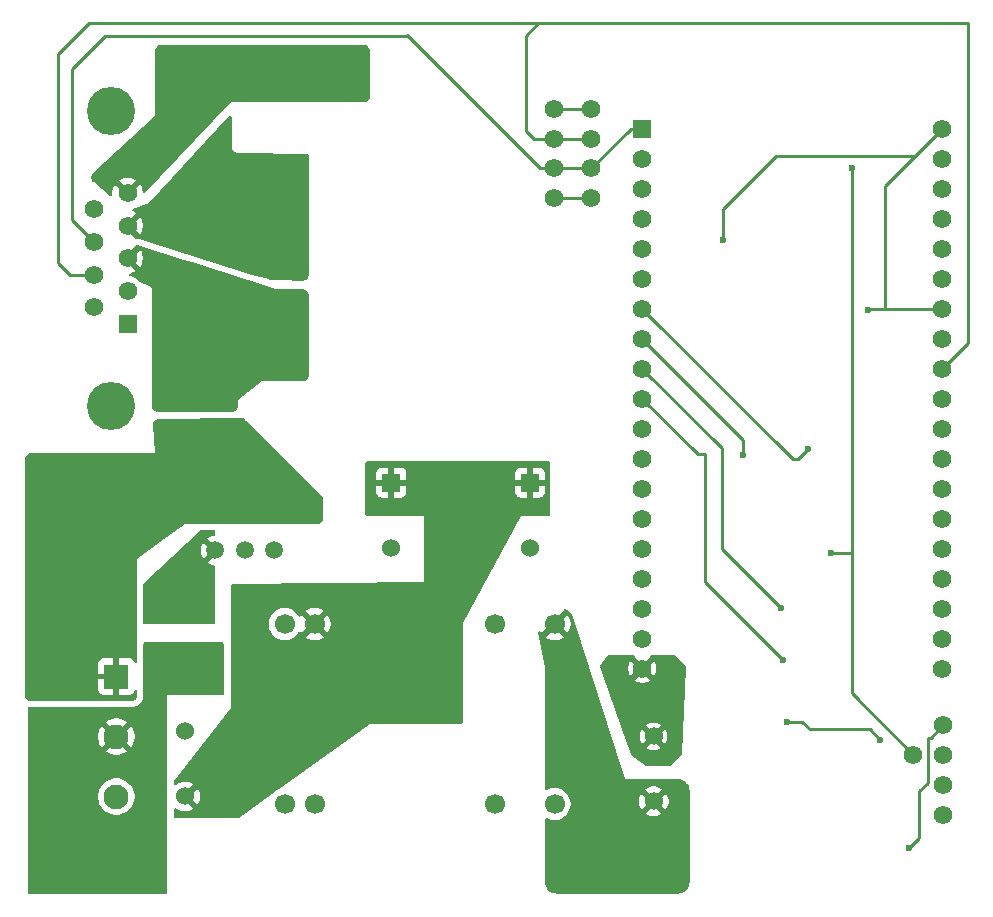
<source format=gbr>
%TF.GenerationSoftware,KiCad,Pcbnew,9.0.0*%
%TF.CreationDate,2025-06-18T07:15:52-06:00*%
%TF.ProjectId,schematic_Mk2.1,73636865-6d61-4746-9963-5f4d6b322e31,rev?*%
%TF.SameCoordinates,Original*%
%TF.FileFunction,Copper,L1,Top*%
%TF.FilePolarity,Positive*%
%FSLAX46Y46*%
G04 Gerber Fmt 4.6, Leading zero omitted, Abs format (unit mm)*
G04 Created by KiCad (PCBNEW 9.0.0) date 2025-06-18 07:15:52*
%MOMM*%
%LPD*%
G01*
G04 APERTURE LIST*
%TA.AperFunction,ComponentPad*%
%ADD10C,1.560000*%
%TD*%
%TA.AperFunction,ComponentPad*%
%ADD11C,1.498600*%
%TD*%
%TA.AperFunction,ComponentPad*%
%ADD12C,1.570000*%
%TD*%
%TA.AperFunction,ComponentPad*%
%ADD13R,1.560000X1.560000*%
%TD*%
%TA.AperFunction,ComponentPad*%
%ADD14C,1.575000*%
%TD*%
%TA.AperFunction,ComponentPad*%
%ADD15R,1.575000X1.575000*%
%TD*%
%TA.AperFunction,ComponentPad*%
%ADD16C,4.066000*%
%TD*%
%TA.AperFunction,ComponentPad*%
%ADD17C,1.524000*%
%TD*%
%TA.AperFunction,ComponentPad*%
%ADD18R,1.524000X1.524000*%
%TD*%
%TA.AperFunction,ComponentPad*%
%ADD19R,2.100000X2.100000*%
%TD*%
%TA.AperFunction,ComponentPad*%
%ADD20C,2.100000*%
%TD*%
%TA.AperFunction,ComponentPad*%
%ADD21C,1.700000*%
%TD*%
%TA.AperFunction,ViaPad*%
%ADD22C,0.600000*%
%TD*%
%TA.AperFunction,Conductor*%
%ADD23C,0.254000*%
%TD*%
G04 APERTURE END LIST*
D10*
%TO.P,J5,4_2,4_2*%
%TO.N,ESP_GND2*%
X142800000Y-68900000D03*
%TO.P,J5,4_1,4_1*%
X145900000Y-68900000D03*
%TO.P,J5,3_2,3_2*%
%TO.N,+3.3V*%
X142800000Y-66400000D03*
%TO.P,J5,3_1,3_1*%
X145900000Y-66400000D03*
%TO.P,J5,2_2,2_2*%
%TO.N,GPIO_18*%
X142800000Y-63900000D03*
%TO.P,J5,2_1,2_1*%
X145900000Y-63900000D03*
%TO.P,J5,1_2,1_2*%
%TO.N,GPIO_19*%
X142800000Y-61400000D03*
%TO.P,J5,1_1,1_1*%
X145900000Y-61400000D03*
%TD*%
D11*
%TO.P,J4,3,3*%
%TO.N,-Vin*%
X119104900Y-98745100D03*
%TO.P,J4,2,2*%
%TO.N,+VIN-dc*%
X116604900Y-98745100D03*
%TO.P,J4,1,1*%
%TO.N,+24V*%
X114104900Y-98745100D03*
%TD*%
D12*
%TO.P,S1,1*%
%TO.N,GPIO_4*%
X175750000Y-113509150D03*
%TO.P,S1,2*%
%TO.N,GPIO_16*%
X175750000Y-116049150D03*
%TO.P,S1,4*%
%TO.N,GPIO_17*%
X175750000Y-118589150D03*
%TO.P,S1,8*%
%TO.N,GPIO_5*%
X175750000Y-121129150D03*
%TO.P,S1,C*%
%TO.N,+3.3V*%
X173210000Y-116049150D03*
%TD*%
D13*
%TO.P,U1,J2-1,3V3*%
%TO.N,+3.3V*%
X150250000Y-63029150D03*
D10*
%TO.P,U1,J2-2,EN*%
%TO.N,unconnected-(U1-EN-PadJ2-2)*%
X150250000Y-65569150D03*
%TO.P,U1,J2-3,SENSOR_VP*%
%TO.N,unconnected-(U1-SENSOR_VP-PadJ2-3)*%
X150250000Y-68109150D03*
%TO.P,U1,J2-4,SENSOR_VN*%
%TO.N,unconnected-(U1-SENSOR_VN-PadJ2-4)*%
X150250000Y-70649150D03*
%TO.P,U1,J2-5,IO34*%
%TO.N,unconnected-(U1-IO34-PadJ2-5)*%
X150250000Y-73189150D03*
%TO.P,U1,J2-6,IO35*%
%TO.N,unconnected-(U1-IO35-PadJ2-6)*%
X150250000Y-75729150D03*
%TO.P,U1,J2-7,IO32*%
%TO.N,GPIO_32*%
X150250000Y-78269150D03*
%TO.P,U1,J2-8,IO33*%
%TO.N,GPIO_33*%
X150250000Y-80809150D03*
%TO.P,U1,J2-9,IO25*%
%TO.N,GPIO_25*%
X150250000Y-83349150D03*
%TO.P,U1,J2-10,IO26*%
%TO.N,GPIO_26*%
X150250000Y-85889150D03*
%TO.P,U1,J2-11,IO27*%
%TO.N,unconnected-(U1-IO27-PadJ2-11)*%
X150250000Y-88429150D03*
%TO.P,U1,J2-12,IO14*%
%TO.N,unconnected-(U1-IO14-PadJ2-12)*%
X150250000Y-90969150D03*
%TO.P,U1,J2-13,IO12*%
%TO.N,unconnected-(U1-IO12-PadJ2-13)*%
X150250000Y-93509150D03*
%TO.P,U1,J2-14,GND1*%
%TO.N,ESP_GND2*%
X150250000Y-96049150D03*
%TO.P,U1,J2-15,IO13*%
%TO.N,unconnected-(U1-IO13-PadJ2-15)*%
X150250000Y-98589150D03*
%TO.P,U1,J2-16,SD2*%
%TO.N,unconnected-(U1-SD2-PadJ2-16)*%
X150250000Y-101129150D03*
%TO.P,U1,J2-17,SD3*%
%TO.N,unconnected-(U1-SD3-PadJ2-17)*%
X150250000Y-103669150D03*
%TO.P,U1,J2-18,CMD*%
%TO.N,unconnected-(U1-CMD-PadJ2-18)*%
X150250000Y-106209150D03*
%TO.P,U1,J2-19,EXT_5V*%
%TO.N,+VOUT-esp*%
X150250000Y-108749150D03*
%TO.P,U1,J3-1,GND3*%
%TO.N,ESP_GND2*%
X175650000Y-63029150D03*
%TO.P,U1,J3-2,IO23*%
%TO.N,unconnected-(U1-IO23-PadJ3-2)*%
X175650000Y-65569150D03*
%TO.P,U1,J3-3,IO22*%
%TO.N,GPIO_22*%
X175650000Y-68109150D03*
%TO.P,U1,J3-4,TXD0*%
%TO.N,unconnected-(U1-TXD0-PadJ3-4)*%
X175650000Y-70649150D03*
%TO.P,U1,J3-5,RXD0*%
%TO.N,unconnected-(U1-RXD0-PadJ3-5)*%
X175650000Y-73189150D03*
%TO.P,U1,J3-6,IO21*%
%TO.N,GPIO_21*%
X175650000Y-75729150D03*
%TO.P,U1,J3-7,GND2*%
%TO.N,ESP_GND2*%
X175650000Y-78269150D03*
%TO.P,U1,J3-8,IO19*%
%TO.N,GPIO_19*%
X175650000Y-80809150D03*
%TO.P,U1,J3-9,IO18*%
%TO.N,GPIO_18*%
X175650000Y-83349150D03*
%TO.P,U1,J3-10,IO5*%
%TO.N,GPIO_5*%
X175650000Y-85889150D03*
%TO.P,U1,J3-11,IO17*%
%TO.N,GPIO_17*%
X175650000Y-88429150D03*
%TO.P,U1,J3-12,IO16*%
%TO.N,GPIO_16*%
X175650000Y-90969150D03*
%TO.P,U1,J3-13,IO4*%
%TO.N,GPIO_4*%
X175650000Y-93509150D03*
%TO.P,U1,J3-14,IO0*%
%TO.N,unconnected-(U1-IO0-PadJ3-14)*%
X175650000Y-96049150D03*
%TO.P,U1,J3-15,IO2*%
%TO.N,unconnected-(U1-IO2-PadJ3-15)*%
X175650000Y-98589150D03*
%TO.P,U1,J3-16,IO15*%
%TO.N,unconnected-(U1-IO15-PadJ3-16)*%
X175650000Y-101129150D03*
%TO.P,U1,J3-17,SD1*%
%TO.N,unconnected-(U1-SD1-PadJ3-17)*%
X175650000Y-103669150D03*
%TO.P,U1,J3-18,SD0*%
%TO.N,unconnected-(U1-SD0-PadJ3-18)*%
X175650000Y-106209150D03*
%TO.P,U1,J3-19,CLK*%
%TO.N,unconnected-(U1-CLK-PadJ3-19)*%
X175650000Y-108749150D03*
%TD*%
D14*
%TO.P,J1,5*%
%TO.N,spare*%
X106670000Y-68465000D03*
%TO.P,J1,4*%
%TO.N,ramp_up*%
X106670000Y-71235000D03*
D15*
%TO.P,J1,1*%
%TO.N,unconnected-(J1-Pad1)*%
X106670000Y-79545000D03*
D14*
%TO.P,J1,2*%
%TO.N,unconnected-(J1-Pad2)*%
X106670000Y-76775000D03*
%TO.P,J1,3*%
%TO.N,ramp_down*%
X106670000Y-74005000D03*
%TO.P,J1,6*%
%TO.N,GPIO_19*%
X103830000Y-78160000D03*
%TO.P,J1,7*%
%TO.N,GPIO_18*%
X103830000Y-75390000D03*
%TO.P,J1,8*%
%TO.N,+3.3V*%
X103830000Y-72620000D03*
%TO.P,J1,9*%
%TO.N,ESP_GND2*%
X103830000Y-69850000D03*
D16*
%TO.P,J1,S1,SHIELD*%
%TO.N,unconnected-(J1-SHIELD-PadS1)*%
X105250000Y-61510000D03*
%TO.P,J1,S2,SHIELD__1*%
%TO.N,unconnected-(J1-SHIELD__1-PadS2)*%
X105250000Y-86500000D03*
%TD*%
D17*
%TO.P,RF2,1*%
%TO.N,/+VOUT*%
X151210000Y-119989150D03*
%TO.P,RF2,2*%
%TO.N,+VOUT-esp*%
X151210000Y-114477350D03*
%TD*%
%TO.P,RF1,1*%
%TO.N,+VIN-dc*%
X111550000Y-114061700D03*
%TO.P,RF1,2*%
%TO.N,/+VIN*%
X111550000Y-119573500D03*
%TD*%
D18*
%TO.P,C2,1*%
%TO.N,/+VIN*%
X140750000Y-93000000D03*
D17*
%TO.P,C2,2*%
%TO.N,-Vin*%
X140750000Y-98511800D03*
%TD*%
D19*
%TO.P,J2,01,01*%
%TO.N,sim_home*%
X105725000Y-109415000D03*
D20*
%TO.P,J2,02,02*%
%TO.N,/+24V-Sim*%
X105725000Y-114495000D03*
%TO.P,J2,03,03*%
%TO.N,-Vin*%
X105725000Y-119575000D03*
%TD*%
D18*
%TO.P,C1,1*%
%TO.N,/+VIN*%
X129000000Y-93000000D03*
D17*
%TO.P,C1,2*%
%TO.N,-Vin*%
X129000000Y-98511800D03*
%TD*%
D21*
%TO.P,PS1,23,+VIN__1*%
%TO.N,unconnected-(PS1-+VIN__1-Pad23)*%
X119970000Y-104969150D03*
%TO.P,PS1,22,+VIN*%
%TO.N,/+VIN*%
X122510000Y-104969150D03*
%TO.P,PS1,3,-VIN__1*%
%TO.N,unconnected-(PS1--VIN__1-Pad3)*%
X122510000Y-120209150D03*
%TO.P,PS1,2,-VIN*%
%TO.N,-Vin*%
X119970000Y-120209150D03*
%TO.P,PS1,9,NC*%
%TO.N,unconnected-(PS1-NC-Pad9)*%
X137750000Y-120209150D03*
%TO.P,PS1,11,NC1*%
%TO.N,unconnected-(PS1-NC1-Pad11)*%
X142830000Y-120209150D03*
%TO.P,PS1,14,+VOUT*%
%TO.N,/+VOUT*%
X142830000Y-104969150D03*
%TO.P,PS1,16,-VOUT*%
%TO.N,ESP_GND2*%
X137750000Y-104969150D03*
%TD*%
D22*
%TO.N,sim_home*%
X105250000Y-95650000D03*
X103466667Y-97600000D03*
X101683333Y-93550000D03*
X103466667Y-93550000D03*
X105250000Y-97600000D03*
X99900000Y-93550000D03*
X101683333Y-95650000D03*
X99900000Y-97600000D03*
X101683333Y-97600000D03*
X103466667Y-95650000D03*
X99900000Y-95650000D03*
X105250000Y-93550000D03*
%TO.N,spare*%
X110600000Y-59200000D03*
X110600000Y-61200000D03*
X116400000Y-57200000D03*
X110600000Y-57200000D03*
X114400000Y-59200000D03*
X110600000Y-63200000D03*
X116400000Y-59200000D03*
X114400000Y-57200000D03*
X112400000Y-61200000D03*
X112400000Y-59200000D03*
X112400000Y-57200000D03*
%TO.N,ramp_down*%
X116370000Y-79900000D03*
X117030000Y-78480000D03*
X112370000Y-79900000D03*
X115030000Y-78480000D03*
X113120000Y-81550000D03*
X114370000Y-79900000D03*
X113030000Y-78480000D03*
X115120000Y-81550000D03*
X111120000Y-81550000D03*
%TO.N,ramp_up*%
X116560000Y-70510000D03*
X116610000Y-68810000D03*
X114560000Y-70510000D03*
X112560000Y-70510000D03*
X112610000Y-68810000D03*
X114610000Y-68810000D03*
%TO.N,+3.3V*%
X166200000Y-99000000D03*
X168000000Y-66400000D03*
%TO.N,GPIO_25*%
X162000000Y-103600000D03*
%TO.N,GPIO_26*%
X162200000Y-108000000D03*
%TO.N,ESP_GND2*%
X169400000Y-78400000D03*
X157100000Y-72450000D03*
%TO.N,GPIO_17*%
X170400000Y-114800000D03*
X162500000Y-113250000D03*
%TO.N,GPIO_4*%
X172850000Y-123950000D03*
%TO.N,+24V*%
X111450000Y-99900000D03*
X110350000Y-100800000D03*
X112450000Y-100800000D03*
%TO.N,GPIO_32*%
X164300000Y-90150000D03*
%TO.N,GPIO_33*%
X158800000Y-90700000D03*
%TO.N,/+VOUT*%
X148850000Y-124350000D03*
X148850000Y-125650000D03*
X146000000Y-124350000D03*
X144550000Y-124350000D03*
X151750000Y-125700000D03*
X144550000Y-125650000D03*
X150300000Y-124400000D03*
X147400000Y-124350000D03*
X150300000Y-125700000D03*
X151750000Y-124400000D03*
X146000000Y-125650000D03*
X147400000Y-125650000D03*
%TO.N,+VOUT-esp*%
X150800000Y-111600000D03*
X152600000Y-111600000D03*
X149000000Y-111600000D03*
%TO.N,/+24V-Sim*%
X100000000Y-116600000D03*
X100000000Y-118350000D03*
X100000000Y-113600000D03*
X101600000Y-118350000D03*
X101600000Y-113600000D03*
X100000000Y-115000000D03*
X101600000Y-115000000D03*
X101600000Y-116600000D03*
%TD*%
D23*
%TO.N,+3.3V*%
X101950000Y-57975000D02*
X101950000Y-70740000D01*
X104775000Y-55150000D02*
X101950000Y-57975000D01*
X130300000Y-55150000D02*
X104775000Y-55150000D01*
X130325000Y-55125000D02*
X130300000Y-55150000D01*
X101950000Y-70740000D02*
X103830000Y-72620000D01*
X142800000Y-66400000D02*
X141600000Y-66400000D01*
X141600000Y-66400000D02*
X130325000Y-55125000D01*
%TO.N,GPIO_18*%
X101765000Y-75390000D02*
X103830000Y-75390000D01*
X100800000Y-74425000D02*
X101765000Y-75390000D01*
X103400000Y-54100000D02*
X100800000Y-56700000D01*
X141450000Y-54100000D02*
X103400000Y-54100000D01*
X100800000Y-56700000D02*
X100800000Y-74425000D01*
%TO.N,+3.3V*%
X149270850Y-63029150D02*
X145900000Y-66400000D01*
X150250000Y-63029150D02*
X149270850Y-63029150D01*
%TO.N,ESP_GND2*%
X142800000Y-68900000D02*
X145900000Y-68900000D01*
%TO.N,+3.3V*%
X142800000Y-66400000D02*
X145900000Y-66400000D01*
%TO.N,GPIO_18*%
X142800000Y-63900000D02*
X145900000Y-63900000D01*
X141450000Y-54100000D02*
X140400000Y-55150000D01*
X140400000Y-63225000D02*
X141075000Y-63900000D01*
X177800000Y-81199150D02*
X177800000Y-54100000D01*
X177800000Y-54100000D02*
X141450000Y-54100000D01*
X175650000Y-83349150D02*
X177800000Y-81199150D01*
X140400000Y-55150000D02*
X140400000Y-63225000D01*
X141075000Y-63900000D02*
X142800000Y-63900000D01*
%TO.N,GPIO_19*%
X142800000Y-61400000D02*
X145900000Y-61400000D01*
%TO.N,+3.3V*%
X168000000Y-110839150D02*
X168000000Y-99000000D01*
X173210000Y-116049150D02*
X168000000Y-110839150D01*
X168000000Y-99000000D02*
X166200000Y-99000000D01*
X168000000Y-99000000D02*
X168000000Y-66400000D01*
%TO.N,GPIO_25*%
X162000000Y-103600000D02*
X157000000Y-98600000D01*
X157000000Y-90099150D02*
X150250000Y-83349150D01*
X157000000Y-98600000D02*
X157000000Y-90099150D01*
%TO.N,GPIO_26*%
X154960850Y-90600000D02*
X150250000Y-85889150D01*
X155600000Y-101400000D02*
X155600000Y-90600000D01*
X162200000Y-108000000D02*
X155600000Y-101400000D01*
X155600000Y-90600000D02*
X154960850Y-90600000D01*
%TO.N,ESP_GND2*%
X157100000Y-69800000D02*
X161585425Y-65314575D01*
X157100000Y-72450000D02*
X157100000Y-69800000D01*
X169530850Y-78269150D02*
X170800000Y-78269150D01*
X173364575Y-65314575D02*
X175650000Y-63029150D01*
X161585425Y-65314575D02*
X173364575Y-65314575D01*
X169400000Y-78400000D02*
X169530850Y-78269150D01*
X170800000Y-78269150D02*
X170800000Y-67879150D01*
X170800000Y-67879150D02*
X173364575Y-65314575D01*
X170800000Y-78269150D02*
X175650000Y-78269150D01*
%TO.N,GPIO_17*%
X163800000Y-113250000D02*
X164450000Y-113900000D01*
X162500000Y-113250000D02*
X163800000Y-113250000D01*
X164450000Y-113900000D02*
X169500000Y-113900000D01*
X169500000Y-113900000D02*
X170400000Y-114800000D01*
%TO.N,GPIO_4*%
X172850000Y-123950000D02*
X173700000Y-123100000D01*
X174659150Y-114600000D02*
X175750000Y-113509150D01*
X173700000Y-123100000D02*
X173700000Y-119100000D01*
X174400000Y-118400000D02*
X174400000Y-114600000D01*
X173700000Y-119100000D02*
X174400000Y-118400000D01*
X174400000Y-114600000D02*
X174659150Y-114600000D01*
%TO.N,GPIO_32*%
X164300000Y-90150000D02*
X163450000Y-91000000D01*
X163450000Y-91000000D02*
X162980850Y-91000000D01*
X162980850Y-91000000D02*
X150250000Y-78269150D01*
%TO.N,GPIO_33*%
X158800000Y-90700000D02*
X158800000Y-89359150D01*
X158800000Y-89359150D02*
X150250000Y-80809150D01*
%TO.N,GPIO_5*%
X175750000Y-121129150D02*
X175540000Y-121339150D01*
%TD*%
%TA.AperFunction,Conductor*%
%TO.N,sim_home*%
G36*
X116297319Y-87503710D02*
G01*
X116404349Y-87516632D01*
X116436190Y-87524870D01*
X116528335Y-87562343D01*
X116556895Y-87578669D01*
X116642564Y-87644113D01*
X116654970Y-87654970D01*
X123047801Y-94047801D01*
X123058496Y-94059996D01*
X123123075Y-94144157D01*
X123139260Y-94172191D01*
X123176715Y-94262616D01*
X123185093Y-94293882D01*
X123198939Y-94399046D01*
X123200000Y-94415232D01*
X123200000Y-95991874D01*
X123198939Y-96008060D01*
X123185093Y-96113224D01*
X123176715Y-96144491D01*
X123139259Y-96234918D01*
X123123074Y-96262951D01*
X123063491Y-96340601D01*
X123040601Y-96363491D01*
X122962951Y-96423074D01*
X122934918Y-96439259D01*
X122844491Y-96476715D01*
X122813224Y-96485093D01*
X122719398Y-96497446D01*
X122708058Y-96498939D01*
X122691874Y-96500000D01*
X111500000Y-96500000D01*
X109785714Y-97785713D01*
X107500000Y-99499999D01*
X107500000Y-108190750D01*
X107480315Y-108257789D01*
X107427511Y-108303544D01*
X107358353Y-108313488D01*
X107294797Y-108284463D01*
X107259818Y-108234083D01*
X107218354Y-108122913D01*
X107218350Y-108122906D01*
X107132190Y-108007812D01*
X107132187Y-108007809D01*
X107017093Y-107921649D01*
X107017086Y-107921645D01*
X106882379Y-107871403D01*
X106882372Y-107871401D01*
X106822844Y-107865000D01*
X105975000Y-107865000D01*
X105975000Y-108760879D01*
X105929182Y-108741901D01*
X105793944Y-108715000D01*
X105656056Y-108715000D01*
X105520818Y-108741901D01*
X105475000Y-108760879D01*
X105475000Y-107865000D01*
X104627155Y-107865000D01*
X104567627Y-107871401D01*
X104567620Y-107871403D01*
X104432913Y-107921645D01*
X104432906Y-107921649D01*
X104317812Y-108007809D01*
X104317809Y-108007812D01*
X104231649Y-108122906D01*
X104231645Y-108122913D01*
X104181403Y-108257620D01*
X104181401Y-108257627D01*
X104175000Y-108317155D01*
X104175000Y-109165000D01*
X105070879Y-109165000D01*
X105051901Y-109210818D01*
X105025000Y-109346056D01*
X105025000Y-109483944D01*
X105051901Y-109619182D01*
X105070879Y-109665000D01*
X104175000Y-109665000D01*
X104175000Y-110512844D01*
X104181401Y-110572372D01*
X104181403Y-110572379D01*
X104231645Y-110707086D01*
X104231649Y-110707093D01*
X104317809Y-110822187D01*
X104317812Y-110822190D01*
X104432906Y-110908350D01*
X104432913Y-110908354D01*
X104567620Y-110958596D01*
X104567627Y-110958598D01*
X104627155Y-110964999D01*
X104627172Y-110965000D01*
X105475000Y-110965000D01*
X105475000Y-110069120D01*
X105520818Y-110088099D01*
X105656056Y-110115000D01*
X105793944Y-110115000D01*
X105929182Y-110088099D01*
X105975000Y-110069120D01*
X105975000Y-110965000D01*
X106822828Y-110965000D01*
X106822844Y-110964999D01*
X106882372Y-110958598D01*
X106882379Y-110958596D01*
X107017086Y-110908354D01*
X107017093Y-110908350D01*
X107132187Y-110822190D01*
X107132190Y-110822187D01*
X107218350Y-110707093D01*
X107218354Y-110707086D01*
X107259818Y-110595916D01*
X107301689Y-110539982D01*
X107367153Y-110515565D01*
X107435426Y-110530416D01*
X107484832Y-110579821D01*
X107500000Y-110639249D01*
X107500000Y-110991874D01*
X107498939Y-111008059D01*
X107498939Y-111008060D01*
X107485093Y-111113224D01*
X107476715Y-111144491D01*
X107439259Y-111234918D01*
X107423074Y-111262951D01*
X107363491Y-111340601D01*
X107340601Y-111363491D01*
X107262951Y-111423074D01*
X107234918Y-111439259D01*
X107144491Y-111476715D01*
X107113224Y-111485093D01*
X107019398Y-111497446D01*
X107008058Y-111498939D01*
X106991874Y-111500000D01*
X98508126Y-111500000D01*
X98491941Y-111498939D01*
X98478917Y-111497224D01*
X98386775Y-111485093D01*
X98355508Y-111476715D01*
X98265081Y-111439259D01*
X98237048Y-111423074D01*
X98159398Y-111363491D01*
X98136508Y-111340601D01*
X98076925Y-111262951D01*
X98060740Y-111234918D01*
X98023284Y-111144491D01*
X98014906Y-111113223D01*
X98001061Y-111008059D01*
X98000000Y-110991874D01*
X98000000Y-91008125D01*
X98001061Y-90991940D01*
X98014906Y-90886776D01*
X98023284Y-90855508D01*
X98060740Y-90765081D01*
X98076923Y-90737050D01*
X98136513Y-90659392D01*
X98159392Y-90636513D01*
X98237050Y-90576923D01*
X98265079Y-90560740D01*
X98355509Y-90523283D01*
X98386775Y-90514906D01*
X98491941Y-90501061D01*
X98508126Y-90500000D01*
X109000000Y-90500000D01*
X108796933Y-88144428D01*
X108796637Y-88127475D01*
X108802293Y-88016644D01*
X108808623Y-87983378D01*
X108841311Y-87886360D01*
X108856403Y-87856046D01*
X108914124Y-87771486D01*
X108936854Y-87746389D01*
X109015301Y-87680601D01*
X109043970Y-87662592D01*
X109137303Y-87620478D01*
X109169764Y-87610901D01*
X109279504Y-87594327D01*
X109296397Y-87592949D01*
X116280872Y-87502827D01*
X116297319Y-87503710D01*
G37*
%TD.AperFunction*%
%TD*%
%TA.AperFunction,Conductor*%
%TO.N,+24V*%
G36*
X114043039Y-97025185D02*
G01*
X114088794Y-97077989D01*
X114100000Y-97129500D01*
X114100000Y-97375097D01*
X114080315Y-97442136D01*
X114027511Y-97487891D01*
X113995398Y-97497570D01*
X113812353Y-97526561D01*
X113625337Y-97587326D01*
X113625334Y-97587327D01*
X113450120Y-97676605D01*
X113415275Y-97701921D01*
X113415275Y-97701923D01*
X113979327Y-98265974D01*
X113913721Y-98283554D01*
X113800779Y-98348761D01*
X113708561Y-98440979D01*
X113643354Y-98553921D01*
X113625774Y-98619527D01*
X113061723Y-98055475D01*
X113061721Y-98055475D01*
X113036405Y-98090320D01*
X112947127Y-98265534D01*
X112947126Y-98265537D01*
X112886362Y-98452553D01*
X112855600Y-98646778D01*
X112855600Y-98843421D01*
X112886362Y-99037646D01*
X112947126Y-99224662D01*
X112947127Y-99224665D01*
X113036402Y-99399875D01*
X113061722Y-99434723D01*
X113061722Y-99434724D01*
X113625774Y-98870672D01*
X113643354Y-98936279D01*
X113708561Y-99049221D01*
X113800779Y-99141439D01*
X113913721Y-99206646D01*
X113979326Y-99224224D01*
X113415275Y-99788276D01*
X113415275Y-99788277D01*
X113450123Y-99813596D01*
X113625334Y-99902872D01*
X113625337Y-99902873D01*
X113812353Y-99963637D01*
X113995398Y-99992629D01*
X114058532Y-100022558D01*
X114095464Y-100081869D01*
X114100000Y-100115102D01*
X114100000Y-104876000D01*
X114080315Y-104943039D01*
X114027511Y-104988794D01*
X113976000Y-105000000D01*
X108129500Y-105000000D01*
X108062461Y-104980315D01*
X108016706Y-104927511D01*
X108005500Y-104876000D01*
X108005500Y-101549853D01*
X108025185Y-101482814D01*
X108046085Y-101458103D01*
X112908478Y-97037746D01*
X112971324Y-97007217D01*
X112991889Y-97005500D01*
X113976000Y-97005500D01*
X114043039Y-97025185D01*
G37*
%TD.AperFunction*%
%TD*%
%TA.AperFunction,Conductor*%
%TO.N,spare*%
G36*
X126708059Y-55926061D02*
G01*
X126813223Y-55939906D01*
X126844491Y-55948284D01*
X126934918Y-55985740D01*
X126962952Y-56001925D01*
X127040602Y-56061509D01*
X127063491Y-56084398D01*
X127123074Y-56162048D01*
X127139259Y-56190081D01*
X127176715Y-56280508D01*
X127185093Y-56311775D01*
X127198939Y-56416939D01*
X127200000Y-56433125D01*
X127200000Y-60291874D01*
X127198939Y-60308060D01*
X127185093Y-60413224D01*
X127176715Y-60444491D01*
X127139259Y-60534918D01*
X127123074Y-60562951D01*
X127063491Y-60640601D01*
X127040601Y-60663491D01*
X126962951Y-60723074D01*
X126934918Y-60739259D01*
X126844491Y-60776715D01*
X126813224Y-60785093D01*
X126719398Y-60797446D01*
X126708058Y-60798939D01*
X126691874Y-60800000D01*
X115400000Y-60800000D01*
X115399999Y-60800000D01*
X115399997Y-60800001D01*
X109391443Y-67149122D01*
X109391443Y-67149123D01*
X108171134Y-68438596D01*
X108110757Y-68473757D01*
X108040954Y-68470694D01*
X107983889Y-68430380D01*
X107958805Y-68368397D01*
X107958262Y-68368484D01*
X107957890Y-68366137D01*
X107957678Y-68365613D01*
X107957512Y-68363749D01*
X107925796Y-68163508D01*
X107863174Y-67970774D01*
X107863172Y-67970771D01*
X107771168Y-67790202D01*
X107740525Y-67748027D01*
X107740525Y-67748026D01*
X107173374Y-68315176D01*
X107159222Y-68262358D01*
X107090104Y-68142643D01*
X106992357Y-68044896D01*
X106872642Y-67975778D01*
X106819822Y-67961624D01*
X107386972Y-67394474D01*
X107386971Y-67394473D01*
X107344797Y-67363831D01*
X107164228Y-67271827D01*
X107164225Y-67271825D01*
X106971491Y-67209203D01*
X106771327Y-67177500D01*
X106568673Y-67177500D01*
X106368508Y-67209203D01*
X106175774Y-67271825D01*
X106175771Y-67271826D01*
X105995204Y-67363830D01*
X105953027Y-67394473D01*
X106520178Y-67961624D01*
X106467358Y-67975778D01*
X106347643Y-68044896D01*
X106249896Y-68142643D01*
X106180778Y-68262358D01*
X106166624Y-68315178D01*
X105599473Y-67748027D01*
X105568830Y-67790204D01*
X105476826Y-67970771D01*
X105476825Y-67970774D01*
X105414203Y-68163508D01*
X105382500Y-68363672D01*
X105382500Y-68566323D01*
X105388248Y-68602619D01*
X105379292Y-68671913D01*
X105334294Y-68725364D01*
X105267542Y-68746002D01*
X105200229Y-68727276D01*
X105185605Y-68716614D01*
X103792871Y-67536331D01*
X103792870Y-67536330D01*
X103777226Y-67523072D01*
X103764669Y-67510800D01*
X103688477Y-67424982D01*
X103669152Y-67395763D01*
X103623810Y-67300094D01*
X103613429Y-67266636D01*
X103604212Y-67209203D01*
X103596652Y-67162101D01*
X103596043Y-67127087D01*
X103609173Y-67022019D01*
X103618381Y-66988233D01*
X103660370Y-66891035D01*
X103678665Y-66861165D01*
X103751832Y-66772737D01*
X103763930Y-66760061D01*
X109000000Y-62000000D01*
X109000000Y-56433125D01*
X109001061Y-56416940D01*
X109014906Y-56311776D01*
X109014906Y-56311775D01*
X109023284Y-56280508D01*
X109060740Y-56190081D01*
X109076923Y-56162050D01*
X109136513Y-56084392D01*
X109159392Y-56061513D01*
X109237050Y-56001923D01*
X109265079Y-55985740D01*
X109355509Y-55948283D01*
X109386775Y-55939906D01*
X109491941Y-55926061D01*
X109508126Y-55925000D01*
X126691874Y-55925000D01*
X126708059Y-55926061D01*
G37*
%TD.AperFunction*%
%TD*%
%TA.AperFunction,Conductor*%
%TO.N,+VOUT-esp*%
G36*
X149555130Y-107619685D02*
G01*
X149600885Y-107672489D01*
X149611709Y-107733732D01*
X149609988Y-107755585D01*
X150104260Y-108249857D01*
X150049288Y-108264587D01*
X149930713Y-108333046D01*
X149833896Y-108429863D01*
X149765437Y-108548438D01*
X149750707Y-108603410D01*
X149256435Y-108109138D01*
X149256433Y-108109138D01*
X149240771Y-108130698D01*
X149156452Y-108296182D01*
X149099054Y-108472832D01*
X149070000Y-108656276D01*
X149070000Y-108842023D01*
X149099054Y-109025467D01*
X149156452Y-109202117D01*
X149240774Y-109367607D01*
X149256433Y-109389160D01*
X149256434Y-109389160D01*
X149750706Y-108894888D01*
X149765437Y-108949862D01*
X149833896Y-109068437D01*
X149930713Y-109165254D01*
X150049288Y-109233713D01*
X150104260Y-109248442D01*
X149609987Y-109742714D01*
X149609988Y-109742715D01*
X149631540Y-109758374D01*
X149797032Y-109842697D01*
X149973682Y-109900095D01*
X150157127Y-109929150D01*
X150342873Y-109929150D01*
X150526317Y-109900095D01*
X150702967Y-109842697D01*
X150868455Y-109758376D01*
X150890010Y-109742715D01*
X150890010Y-109742714D01*
X150395739Y-109248442D01*
X150450712Y-109233713D01*
X150569287Y-109165254D01*
X150666104Y-109068437D01*
X150734563Y-108949862D01*
X150749292Y-108894888D01*
X151243564Y-109389160D01*
X151243565Y-109389160D01*
X151259226Y-109367605D01*
X151343547Y-109202117D01*
X151400945Y-109025467D01*
X151430000Y-108842023D01*
X151430000Y-108656276D01*
X151400945Y-108472832D01*
X151343547Y-108296182D01*
X151259224Y-108130690D01*
X151243565Y-108109138D01*
X151243564Y-108109137D01*
X150749292Y-108603409D01*
X150734563Y-108548438D01*
X150666104Y-108429863D01*
X150569287Y-108333046D01*
X150450712Y-108264587D01*
X150395739Y-108249857D01*
X150890010Y-107755584D01*
X150888290Y-107733730D01*
X150902654Y-107665353D01*
X150951704Y-107615596D01*
X151011908Y-107600000D01*
X152955747Y-107600000D01*
X153022786Y-107619685D01*
X153045312Y-107638244D01*
X153157662Y-107755585D01*
X153904067Y-108535147D01*
X153928640Y-108560811D01*
X153960785Y-108622847D01*
X153962958Y-108651953D01*
X153645599Y-115951199D01*
X153623021Y-116017320D01*
X153607472Y-116035378D01*
X152635965Y-116965565D01*
X152573929Y-116997710D01*
X152550209Y-117000000D01*
X150639586Y-117000000D01*
X150572547Y-116980315D01*
X150567737Y-116977063D01*
X149303743Y-116078441D01*
X149260510Y-116023553D01*
X149258474Y-116018115D01*
X148690745Y-114385893D01*
X150048000Y-114385893D01*
X150048000Y-114568806D01*
X150076611Y-114749452D01*
X150133133Y-114923407D01*
X150216169Y-115086370D01*
X150229320Y-115104473D01*
X150229321Y-115104473D01*
X150720504Y-114613290D01*
X150736619Y-114673431D01*
X150803498Y-114789270D01*
X150898080Y-114883852D01*
X151013919Y-114950731D01*
X151074058Y-114966845D01*
X150582875Y-115458027D01*
X150582875Y-115458028D01*
X150600978Y-115471180D01*
X150600980Y-115471181D01*
X150763944Y-115554216D01*
X150937897Y-115610738D01*
X151118544Y-115639350D01*
X151301456Y-115639350D01*
X151482102Y-115610738D01*
X151656055Y-115554216D01*
X151819020Y-115471180D01*
X151837123Y-115458028D01*
X151837123Y-115458027D01*
X151345941Y-114966845D01*
X151406081Y-114950731D01*
X151521920Y-114883852D01*
X151616502Y-114789270D01*
X151683381Y-114673431D01*
X151699495Y-114613291D01*
X152190677Y-115104473D01*
X152190678Y-115104473D01*
X152203830Y-115086370D01*
X152286866Y-114923405D01*
X152343388Y-114749452D01*
X152372000Y-114568806D01*
X152372000Y-114385893D01*
X152343388Y-114205247D01*
X152286866Y-114031294D01*
X152203831Y-113868330D01*
X152203830Y-113868328D01*
X152190677Y-113850225D01*
X151699494Y-114341407D01*
X151683381Y-114281269D01*
X151616502Y-114165430D01*
X151521920Y-114070848D01*
X151406081Y-114003969D01*
X151345941Y-113987854D01*
X151837123Y-113496671D01*
X151837123Y-113496670D01*
X151819020Y-113483519D01*
X151656057Y-113400483D01*
X151482102Y-113343961D01*
X151301456Y-113315350D01*
X151118544Y-113315350D01*
X150937897Y-113343961D01*
X150763944Y-113400483D01*
X150600981Y-113483517D01*
X150582875Y-113496670D01*
X150582875Y-113496671D01*
X151074058Y-113987854D01*
X151013919Y-114003969D01*
X150898080Y-114070848D01*
X150803498Y-114165430D01*
X150736619Y-114281269D01*
X150720504Y-114341408D01*
X150229321Y-113850225D01*
X150229320Y-113850225D01*
X150216167Y-113868331D01*
X150133133Y-114031294D01*
X150076611Y-114205247D01*
X150048000Y-114385893D01*
X148690745Y-114385893D01*
X146679976Y-108604932D01*
X146676543Y-108535147D01*
X146696027Y-108492350D01*
X147293358Y-107652151D01*
X147348246Y-107608918D01*
X147394421Y-107600000D01*
X149488091Y-107600000D01*
X149555130Y-107619685D01*
G37*
%TD.AperFunction*%
%TD*%
%TA.AperFunction,Conductor*%
%TO.N,/+VOUT*%
G36*
X143763067Y-103727518D02*
G01*
X143906361Y-103787548D01*
X143927368Y-103798835D01*
X144055901Y-103884774D01*
X144067336Y-103892419D01*
X144085796Y-103907521D01*
X144205257Y-104026169D01*
X144220484Y-104044524D01*
X144315025Y-104183852D01*
X144326456Y-104204783D01*
X144394933Y-104365154D01*
X144399087Y-104376347D01*
X145739354Y-108600475D01*
X148749998Y-118089149D01*
X148750000Y-118089150D01*
X153243907Y-118089150D01*
X153256061Y-118089747D01*
X153432941Y-118107168D01*
X153456769Y-118111907D01*
X153621001Y-118161726D01*
X153643453Y-118171027D01*
X153794798Y-118251922D01*
X153815010Y-118265427D01*
X153947666Y-118374295D01*
X153964854Y-118391483D01*
X154073722Y-118524139D01*
X154087227Y-118544351D01*
X154168121Y-118695693D01*
X154177424Y-118718151D01*
X154227240Y-118882374D01*
X154231982Y-118906215D01*
X154249403Y-119083088D01*
X154250000Y-119095242D01*
X154250000Y-126793901D01*
X154249403Y-126806055D01*
X154231982Y-126982929D01*
X154227240Y-127006770D01*
X154177424Y-127170991D01*
X154168121Y-127193450D01*
X154087224Y-127344796D01*
X154073719Y-127365007D01*
X153964853Y-127497661D01*
X153947664Y-127514850D01*
X153815007Y-127623718D01*
X153794795Y-127637223D01*
X153643450Y-127718117D01*
X153620993Y-127727419D01*
X153456771Y-127777235D01*
X153432928Y-127781977D01*
X153256055Y-127799395D01*
X153243902Y-127799992D01*
X148040937Y-127799962D01*
X143010143Y-127799932D01*
X142997991Y-127799335D01*
X142821144Y-127781918D01*
X142797306Y-127777177D01*
X142656827Y-127734569D01*
X142633105Y-127727374D01*
X142610654Y-127718076D01*
X142459365Y-127637223D01*
X142459326Y-127637202D01*
X142439116Y-127623701D01*
X142306467Y-127514860D01*
X142289279Y-127497675D01*
X142289268Y-127497661D01*
X142180409Y-127365048D01*
X142166910Y-127344852D01*
X142085997Y-127193530D01*
X142076698Y-127171090D01*
X142026857Y-127006893D01*
X142022112Y-126983060D01*
X142004656Y-126806207D01*
X142004057Y-126794081D01*
X142002878Y-121505784D01*
X142022547Y-121438745D01*
X142075340Y-121392978D01*
X142144497Y-121383019D01*
X142183172Y-121395276D01*
X142311588Y-121460707D01*
X142513757Y-121526396D01*
X142723713Y-121559650D01*
X142723714Y-121559650D01*
X142936286Y-121559650D01*
X142936287Y-121559650D01*
X143146243Y-121526396D01*
X143348412Y-121460707D01*
X143537816Y-121364201D01*
X143559789Y-121348236D01*
X143709786Y-121239259D01*
X143709788Y-121239256D01*
X143709792Y-121239254D01*
X143860104Y-121088942D01*
X143985051Y-120916966D01*
X144081557Y-120727562D01*
X144147246Y-120525393D01*
X144180500Y-120315437D01*
X144180500Y-120102863D01*
X144147246Y-119892907D01*
X144146246Y-119889828D01*
X149948000Y-119889828D01*
X149948000Y-120088471D01*
X149979075Y-120284670D01*
X149979075Y-120284673D01*
X150040457Y-120473587D01*
X150130641Y-120650582D01*
X150157730Y-120687865D01*
X150157731Y-120687866D01*
X150720504Y-120125092D01*
X150736619Y-120185231D01*
X150803498Y-120301070D01*
X150898080Y-120395652D01*
X151013919Y-120462531D01*
X151074057Y-120478644D01*
X150511283Y-121041418D01*
X150511283Y-121041419D01*
X150548567Y-121068508D01*
X150725562Y-121158692D01*
X150914477Y-121220074D01*
X151110679Y-121251150D01*
X151309321Y-121251150D01*
X151505520Y-121220074D01*
X151505523Y-121220074D01*
X151694437Y-121158692D01*
X151871425Y-121068512D01*
X151908716Y-121041418D01*
X151345942Y-120478644D01*
X151406081Y-120462531D01*
X151521920Y-120395652D01*
X151616502Y-120301070D01*
X151683381Y-120185231D01*
X151699495Y-120125092D01*
X152262268Y-120687865D01*
X152289362Y-120650575D01*
X152379542Y-120473587D01*
X152440924Y-120284673D01*
X152440924Y-120284670D01*
X152472000Y-120088471D01*
X152472000Y-119889828D01*
X152440924Y-119693629D01*
X152440924Y-119693626D01*
X152379542Y-119504712D01*
X152289358Y-119327717D01*
X152262268Y-119290433D01*
X151699494Y-119853207D01*
X151683381Y-119793069D01*
X151616502Y-119677230D01*
X151521920Y-119582648D01*
X151406081Y-119515769D01*
X151345942Y-119499654D01*
X151908716Y-118936881D01*
X151908715Y-118936880D01*
X151871432Y-118909791D01*
X151694437Y-118819607D01*
X151505522Y-118758225D01*
X151309321Y-118727150D01*
X151110679Y-118727150D01*
X150914479Y-118758225D01*
X150914476Y-118758225D01*
X150725562Y-118819607D01*
X150548564Y-118909793D01*
X150511283Y-118936879D01*
X150511282Y-118936880D01*
X151074058Y-119499654D01*
X151013919Y-119515769D01*
X150898080Y-119582648D01*
X150803498Y-119677230D01*
X150736619Y-119793069D01*
X150720504Y-119853207D01*
X150157730Y-119290432D01*
X150157729Y-119290433D01*
X150130643Y-119327714D01*
X150040457Y-119504712D01*
X149979075Y-119693626D01*
X149979075Y-119693629D01*
X149948000Y-119889828D01*
X144146246Y-119889828D01*
X144081557Y-119690738D01*
X143985051Y-119501334D01*
X143985049Y-119501331D01*
X143985048Y-119501329D01*
X143860109Y-119329363D01*
X143709786Y-119179040D01*
X143579603Y-119084458D01*
X143537820Y-119054101D01*
X143348414Y-118957594D01*
X143348413Y-118957593D01*
X143348412Y-118957593D01*
X143146243Y-118891904D01*
X143146241Y-118891903D01*
X143146240Y-118891903D01*
X142984957Y-118866358D01*
X142936287Y-118858650D01*
X142723713Y-118858650D01*
X142675042Y-118866358D01*
X142513760Y-118891903D01*
X142311582Y-118957595D01*
X142182593Y-119023318D01*
X142113924Y-119036214D01*
X142049184Y-119009937D01*
X142008927Y-118952831D01*
X142002299Y-118912866D01*
X142000022Y-108698465D01*
X142000021Y-108698464D01*
X142000000Y-108600000D01*
X141428096Y-105727412D01*
X141434311Y-105657819D01*
X141477165Y-105602635D01*
X141543051Y-105579379D01*
X141611051Y-105595435D01*
X141659575Y-105645706D01*
X141660194Y-105646906D01*
X141675373Y-105676697D01*
X141714728Y-105730866D01*
X142430000Y-105015595D01*
X142430000Y-105021811D01*
X142457259Y-105123544D01*
X142509920Y-105214756D01*
X142584394Y-105289230D01*
X142675606Y-105341891D01*
X142777339Y-105369150D01*
X142783554Y-105369150D01*
X142068282Y-106084419D01*
X142068282Y-106084420D01*
X142122449Y-106123774D01*
X142311782Y-106220245D01*
X142513870Y-106285907D01*
X142723754Y-106319150D01*
X142936246Y-106319150D01*
X143146127Y-106285907D01*
X143146130Y-106285907D01*
X143348217Y-106220245D01*
X143537554Y-106123772D01*
X143591716Y-106084420D01*
X143591717Y-106084420D01*
X142876446Y-105369150D01*
X142882661Y-105369150D01*
X142984394Y-105341891D01*
X143075606Y-105289230D01*
X143150080Y-105214756D01*
X143202741Y-105123544D01*
X143230000Y-105021811D01*
X143230000Y-105015596D01*
X143945270Y-105730867D01*
X143945270Y-105730866D01*
X143984622Y-105676704D01*
X144081095Y-105487367D01*
X144146757Y-105285280D01*
X144146757Y-105285277D01*
X144180000Y-105075396D01*
X144180000Y-104862903D01*
X144146757Y-104653022D01*
X144146757Y-104653019D01*
X144081095Y-104450932D01*
X143984624Y-104261599D01*
X143945270Y-104207432D01*
X143945269Y-104207432D01*
X143230000Y-104922702D01*
X143230000Y-104916489D01*
X143202741Y-104814756D01*
X143150080Y-104723544D01*
X143075606Y-104649070D01*
X142984394Y-104596409D01*
X142882661Y-104569150D01*
X142876446Y-104569150D01*
X143591715Y-103853879D01*
X143591538Y-103851620D01*
X143605901Y-103783243D01*
X143654952Y-103733485D01*
X143723116Y-103718145D01*
X143763067Y-103727518D01*
G37*
%TD.AperFunction*%
%TD*%
%TA.AperFunction,Conductor*%
%TO.N,/+24V-Sim*%
G36*
X114743039Y-106519685D02*
G01*
X114788794Y-106572489D01*
X114800000Y-106624000D01*
X114800000Y-110876000D01*
X114780315Y-110943039D01*
X114727511Y-110988794D01*
X114676000Y-111000000D01*
X110000000Y-111000000D01*
X110000000Y-127676000D01*
X109980315Y-127743039D01*
X109927511Y-127788794D01*
X109876000Y-127800000D01*
X104200000Y-127800000D01*
X98324000Y-127800000D01*
X98256961Y-127780315D01*
X98211206Y-127727511D01*
X98200000Y-127676000D01*
X98200000Y-119452973D01*
X104174500Y-119452973D01*
X104174500Y-119697027D01*
X104212679Y-119938076D01*
X104278328Y-120140123D01*
X104288097Y-120170187D01*
X104398896Y-120387642D01*
X104542339Y-120585076D01*
X104542343Y-120585081D01*
X104714918Y-120757656D01*
X104714923Y-120757660D01*
X104887136Y-120882779D01*
X104912361Y-120901106D01*
X105129815Y-121011904D01*
X105361924Y-121087321D01*
X105602973Y-121125500D01*
X105602974Y-121125500D01*
X105847026Y-121125500D01*
X105847027Y-121125500D01*
X106088076Y-121087321D01*
X106320185Y-121011904D01*
X106537639Y-120901106D01*
X106735083Y-120757655D01*
X106907655Y-120585083D01*
X107051106Y-120387639D01*
X107161904Y-120170185D01*
X107237321Y-119938076D01*
X107275500Y-119697027D01*
X107275500Y-119452973D01*
X107237321Y-119211924D01*
X107161904Y-118979815D01*
X107051106Y-118762361D01*
X106960591Y-118637777D01*
X106907660Y-118564923D01*
X106907656Y-118564918D01*
X106735081Y-118392343D01*
X106735076Y-118392339D01*
X106537642Y-118248896D01*
X106537641Y-118248895D01*
X106537639Y-118248894D01*
X106320185Y-118138096D01*
X106088076Y-118062679D01*
X106088074Y-118062678D01*
X106088072Y-118062678D01*
X105919769Y-118036021D01*
X105847027Y-118024500D01*
X105602973Y-118024500D01*
X105547093Y-118033350D01*
X105361927Y-118062678D01*
X105129812Y-118138097D01*
X104912357Y-118248896D01*
X104714923Y-118392339D01*
X104714918Y-118392343D01*
X104542343Y-118564918D01*
X104542339Y-118564923D01*
X104398896Y-118762357D01*
X104288097Y-118979812D01*
X104212678Y-119211927D01*
X104202235Y-119277864D01*
X104174500Y-119452973D01*
X98200000Y-119452973D01*
X98200000Y-114373006D01*
X104175000Y-114373006D01*
X104175000Y-114616993D01*
X104213165Y-114857959D01*
X104288560Y-115089998D01*
X104399323Y-115307380D01*
X104466543Y-115399901D01*
X104466544Y-115399902D01*
X105085690Y-114780756D01*
X105104668Y-114826574D01*
X105181274Y-114941224D01*
X105278776Y-115038726D01*
X105393426Y-115115332D01*
X105439242Y-115134309D01*
X104820096Y-115753454D01*
X104820097Y-115753456D01*
X104912619Y-115820676D01*
X105130001Y-115931439D01*
X105362040Y-116006834D01*
X105603007Y-116045000D01*
X105846993Y-116045000D01*
X106087959Y-116006834D01*
X106319998Y-115931439D01*
X106537377Y-115820678D01*
X106629901Y-115753454D01*
X106629902Y-115753454D01*
X106010757Y-115134309D01*
X106056574Y-115115332D01*
X106171224Y-115038726D01*
X106268726Y-114941224D01*
X106345332Y-114826574D01*
X106364309Y-114780757D01*
X106983454Y-115399902D01*
X106983454Y-115399901D01*
X107050678Y-115307377D01*
X107161439Y-115089998D01*
X107236834Y-114857959D01*
X107275000Y-114616993D01*
X107275000Y-114373006D01*
X107236834Y-114132040D01*
X107161439Y-113900001D01*
X107050676Y-113682619D01*
X106983456Y-113590097D01*
X106983454Y-113590096D01*
X106364309Y-114209241D01*
X106345332Y-114163426D01*
X106268726Y-114048776D01*
X106171224Y-113951274D01*
X106056574Y-113874668D01*
X106010756Y-113855689D01*
X106629902Y-113236544D01*
X106629901Y-113236543D01*
X106537380Y-113169323D01*
X106319998Y-113058560D01*
X106087959Y-112983165D01*
X105846993Y-112945000D01*
X105603007Y-112945000D01*
X105362040Y-112983165D01*
X105130001Y-113058560D01*
X104912626Y-113169319D01*
X104820097Y-113236544D01*
X105439243Y-113855689D01*
X105393426Y-113874668D01*
X105278776Y-113951274D01*
X105181274Y-114048776D01*
X105104668Y-114163426D01*
X105085690Y-114209243D01*
X104466544Y-113590097D01*
X104399319Y-113682626D01*
X104288560Y-113900001D01*
X104213165Y-114132040D01*
X104175000Y-114373006D01*
X98200000Y-114373006D01*
X98200000Y-112111760D01*
X98219685Y-112044721D01*
X98272489Y-111998966D01*
X98340184Y-111988821D01*
X98425957Y-112000114D01*
X98458874Y-112003356D01*
X98475059Y-112004417D01*
X98508126Y-112005500D01*
X98508140Y-112005500D01*
X106991860Y-112005500D01*
X106991874Y-112005500D01*
X107024943Y-112004417D01*
X107041127Y-112003356D01*
X107074042Y-112000114D01*
X107179208Y-111986268D01*
X107244058Y-111973368D01*
X107275325Y-111964990D01*
X107337937Y-111943736D01*
X107428364Y-111906280D01*
X107487670Y-111877034D01*
X107515703Y-111860849D01*
X107570680Y-111824114D01*
X107648330Y-111764531D01*
X107698043Y-111720933D01*
X107720933Y-111698043D01*
X107764531Y-111648330D01*
X107824114Y-111570680D01*
X107860849Y-111515703D01*
X107877034Y-111487670D01*
X107906280Y-111428364D01*
X107943736Y-111337937D01*
X107964990Y-111275325D01*
X107973368Y-111244058D01*
X107986268Y-111179209D01*
X107987718Y-111168188D01*
X108000000Y-111167647D01*
X108000000Y-111074910D01*
X108000114Y-111074045D01*
X108003356Y-111041125D01*
X108004417Y-111024939D01*
X108005500Y-110991874D01*
X108005500Y-110639249D01*
X108000967Y-110603158D01*
X108000000Y-110587705D01*
X108000000Y-108237872D01*
X108001262Y-108220225D01*
X108005500Y-108190750D01*
X108005500Y-106624000D01*
X108025185Y-106556961D01*
X108077989Y-106511206D01*
X108129500Y-106500000D01*
X114676000Y-106500000D01*
X114743039Y-106519685D01*
G37*
%TD.AperFunction*%
%TD*%
%TA.AperFunction,Conductor*%
%TO.N,ramp_up*%
G36*
X115453258Y-61982603D02*
G01*
X115490044Y-62042004D01*
X115494500Y-62074946D01*
X115494500Y-64476868D01*
X115501486Y-64542943D01*
X115505679Y-64582591D01*
X115516524Y-64633298D01*
X115516527Y-64633311D01*
X115549564Y-64734341D01*
X115626496Y-64855922D01*
X115669326Y-64906059D01*
X115670691Y-64907763D01*
X115671882Y-64909051D01*
X115779955Y-65004034D01*
X115910411Y-65064722D01*
X115977311Y-65084877D01*
X116119578Y-65106353D01*
X121876874Y-65146802D01*
X121943771Y-65166956D01*
X121989153Y-65220080D01*
X122000000Y-65270798D01*
X122000000Y-75391839D01*
X121998891Y-75408389D01*
X121984416Y-75515873D01*
X121975660Y-75547793D01*
X121936546Y-75639897D01*
X121919658Y-75668362D01*
X121857574Y-75746837D01*
X121833758Y-75769822D01*
X121753125Y-75829079D01*
X121724077Y-75844944D01*
X121665772Y-75867293D01*
X121630638Y-75880760D01*
X121598427Y-75888376D01*
X121490504Y-75899019D01*
X121473928Y-75899540D01*
X119770708Y-75838968D01*
X118733354Y-75802075D01*
X118726574Y-75801647D01*
X118682209Y-75797628D01*
X118668771Y-75795664D01*
X118625109Y-75786817D01*
X118618491Y-75785287D01*
X117227313Y-75423086D01*
X117221216Y-75421330D01*
X107655162Y-72400472D01*
X107593389Y-72388680D01*
X107538988Y-72378295D01*
X107538985Y-72378294D01*
X107538981Y-72378294D01*
X107538977Y-72378293D01*
X107500822Y-72375566D01*
X107500961Y-72373612D01*
X107441651Y-72356197D01*
X107421009Y-72339563D01*
X106819821Y-71738375D01*
X106872642Y-71724222D01*
X106992357Y-71655104D01*
X107090104Y-71557357D01*
X107159222Y-71437642D01*
X107173375Y-71384821D01*
X107740525Y-71951971D01*
X107740526Y-71951971D01*
X107771168Y-71909797D01*
X107863172Y-71729228D01*
X107863174Y-71729225D01*
X107925796Y-71536491D01*
X107957500Y-71336327D01*
X107957500Y-71133672D01*
X107925796Y-70933508D01*
X107863174Y-70740774D01*
X107863172Y-70740771D01*
X107771168Y-70560202D01*
X107740525Y-70518027D01*
X107740525Y-70518026D01*
X107173375Y-71085177D01*
X107159222Y-71032358D01*
X107090104Y-70912643D01*
X106992357Y-70814896D01*
X106872642Y-70745778D01*
X106819821Y-70731624D01*
X107386972Y-70164473D01*
X107344797Y-70133831D01*
X107159887Y-70039615D01*
X107160493Y-70038425D01*
X107110824Y-69998404D01*
X107088755Y-69932111D01*
X107106031Y-69864411D01*
X107157165Y-69816797D01*
X107169127Y-69811577D01*
X108450251Y-69331156D01*
X115181371Y-62066422D01*
X115193747Y-62054779D01*
X115279770Y-61984322D01*
X115308709Y-61966622D01*
X115316531Y-61963206D01*
X115320881Y-61961307D01*
X115339767Y-61958912D01*
X115344097Y-61957079D01*
X115348394Y-61957819D01*
X115390196Y-61952520D01*
X115453258Y-61982603D01*
G37*
%TD.AperFunction*%
%TD*%
%TA.AperFunction,Conductor*%
%TO.N,ramp_down*%
G36*
X107502938Y-72882508D02*
G01*
X111480066Y-74138443D01*
X112113916Y-74338606D01*
X119274998Y-76600000D01*
X119274999Y-76600000D01*
X121491874Y-76600000D01*
X121508059Y-76601061D01*
X121613223Y-76614906D01*
X121644491Y-76623284D01*
X121734918Y-76660740D01*
X121762952Y-76676925D01*
X121840602Y-76736509D01*
X121863491Y-76759398D01*
X121923074Y-76837048D01*
X121939259Y-76865081D01*
X121976715Y-76955508D01*
X121985093Y-76986775D01*
X121998939Y-77091939D01*
X122000000Y-77108125D01*
X122000000Y-83916874D01*
X121998939Y-83933060D01*
X121985093Y-84038224D01*
X121976715Y-84069491D01*
X121939259Y-84159918D01*
X121923074Y-84187951D01*
X121863491Y-84265601D01*
X121840601Y-84288491D01*
X121762951Y-84348074D01*
X121734918Y-84364259D01*
X121644491Y-84401715D01*
X121613224Y-84410093D01*
X121519398Y-84422446D01*
X121508058Y-84423939D01*
X121491874Y-84425000D01*
X118025000Y-84425000D01*
X116000000Y-86000000D01*
X116000000Y-86491874D01*
X115998939Y-86508059D01*
X115998939Y-86508060D01*
X115985093Y-86613224D01*
X115976715Y-86644491D01*
X115939259Y-86734918D01*
X115923074Y-86762951D01*
X115863491Y-86840601D01*
X115840601Y-86863491D01*
X115762951Y-86923074D01*
X115734918Y-86939259D01*
X115644491Y-86976715D01*
X115613224Y-86985093D01*
X115519398Y-86997446D01*
X115508058Y-86998939D01*
X115491874Y-87000000D01*
X109258126Y-87000000D01*
X109241941Y-86998939D01*
X109228917Y-86997224D01*
X109136775Y-86985093D01*
X109105508Y-86976715D01*
X109015081Y-86939259D01*
X108987048Y-86923074D01*
X108909398Y-86863491D01*
X108886508Y-86840601D01*
X108826925Y-86762951D01*
X108810740Y-86734918D01*
X108773284Y-86644491D01*
X108764906Y-86613223D01*
X108751061Y-86508059D01*
X108750000Y-86491874D01*
X108750000Y-76500000D01*
X108473609Y-76361804D01*
X108475300Y-76358420D01*
X108475298Y-76358419D01*
X108473607Y-76361803D01*
X107696951Y-75973474D01*
X107656303Y-75939025D01*
X107655596Y-75939629D01*
X107652429Y-75935921D01*
X107509074Y-75792566D01*
X107509069Y-75792562D01*
X107345062Y-75673405D01*
X107345061Y-75673404D01*
X107345059Y-75673403D01*
X107287186Y-75643915D01*
X107164420Y-75581362D01*
X107164417Y-75581361D01*
X106971609Y-75518715D01*
X106930596Y-75512219D01*
X106867462Y-75482289D01*
X106830532Y-75422977D01*
X106831530Y-75353114D01*
X106870141Y-75294882D01*
X106930600Y-75267272D01*
X106971495Y-75260795D01*
X107164225Y-75198174D01*
X107164228Y-75198172D01*
X107344797Y-75106168D01*
X107386971Y-75075526D01*
X107386971Y-75075525D01*
X106819821Y-74508375D01*
X106872642Y-74494222D01*
X106992357Y-74425104D01*
X107090104Y-74327357D01*
X107159222Y-74207642D01*
X107173375Y-74154821D01*
X107740525Y-74721971D01*
X107740526Y-74721971D01*
X107771168Y-74679797D01*
X107863172Y-74499228D01*
X107863174Y-74499225D01*
X107925796Y-74306491D01*
X107957500Y-74106327D01*
X107957500Y-73903672D01*
X107925796Y-73703508D01*
X107863174Y-73510774D01*
X107863172Y-73510771D01*
X107771168Y-73330202D01*
X107740525Y-73288027D01*
X107740525Y-73288026D01*
X107173375Y-73855177D01*
X107159222Y-73802358D01*
X107090104Y-73682643D01*
X106992357Y-73584896D01*
X106872642Y-73515778D01*
X106819821Y-73501624D01*
X107407866Y-72913580D01*
X107469189Y-72880095D01*
X107502938Y-72882508D01*
G37*
%TD.AperFunction*%
%TD*%
%TA.AperFunction,Conductor*%
%TO.N,/+VIN*%
G36*
X142393039Y-91219685D02*
G01*
X142438794Y-91272489D01*
X142450000Y-91324000D01*
X142450000Y-95676000D01*
X142430315Y-95743039D01*
X142377511Y-95788794D01*
X142326000Y-95800000D01*
X139999999Y-95800000D01*
X135100000Y-104924136D01*
X135100000Y-113276000D01*
X135080315Y-113343039D01*
X135027511Y-113388794D01*
X134976000Y-113400000D01*
X127239999Y-113400000D01*
X119481424Y-118941838D01*
X119455714Y-118954821D01*
X119456090Y-118955728D01*
X119451591Y-118957591D01*
X119262179Y-119054101D01*
X119090215Y-119179039D01*
X118949648Y-119319606D01*
X118934041Y-119332827D01*
X116072336Y-121376903D01*
X116006342Y-121399851D01*
X116000262Y-121400000D01*
X110724000Y-121400000D01*
X110656961Y-121380315D01*
X110611206Y-121327511D01*
X110600000Y-121276000D01*
X110600000Y-120686565D01*
X110619685Y-120619526D01*
X110672489Y-120573771D01*
X110741647Y-120563827D01*
X110796886Y-120586247D01*
X110888567Y-120652858D01*
X111065562Y-120743042D01*
X111254477Y-120804424D01*
X111450679Y-120835500D01*
X111649321Y-120835500D01*
X111845520Y-120804424D01*
X111845523Y-120804424D01*
X112034437Y-120743042D01*
X112211425Y-120652862D01*
X112248715Y-120625768D01*
X111685942Y-120062995D01*
X111746081Y-120046881D01*
X111861920Y-119980002D01*
X111956502Y-119885420D01*
X112023381Y-119769581D01*
X112039495Y-119709442D01*
X112602268Y-120272215D01*
X112629362Y-120234925D01*
X112719542Y-120057937D01*
X112780924Y-119869023D01*
X112780924Y-119869020D01*
X112812000Y-119672821D01*
X112812000Y-119474178D01*
X112780924Y-119277979D01*
X112780924Y-119277976D01*
X112719542Y-119089062D01*
X112629358Y-118912067D01*
X112602268Y-118874783D01*
X112039494Y-119437557D01*
X112023381Y-119377419D01*
X111956502Y-119261580D01*
X111861920Y-119166998D01*
X111746081Y-119100119D01*
X111685941Y-119084004D01*
X112248715Y-118521230D01*
X112211432Y-118494141D01*
X112034437Y-118403957D01*
X111845522Y-118342575D01*
X111649321Y-118311500D01*
X111450679Y-118311500D01*
X111254479Y-118342575D01*
X111254476Y-118342575D01*
X111065562Y-118403957D01*
X110888564Y-118494143D01*
X110796885Y-118560752D01*
X110785025Y-118564983D01*
X110775511Y-118573228D01*
X110752744Y-118576501D01*
X110731079Y-118584232D01*
X110718814Y-118581380D01*
X110706353Y-118583172D01*
X110685430Y-118573617D01*
X110663025Y-118568407D01*
X110654249Y-118559377D01*
X110642797Y-118554147D01*
X110630361Y-118534797D01*
X110614330Y-118518301D01*
X110610925Y-118504553D01*
X110605023Y-118495369D01*
X110600000Y-118460434D01*
X110600000Y-118352081D01*
X110619685Y-118285042D01*
X110626270Y-118275761D01*
X115450000Y-112100000D01*
X115450000Y-104862863D01*
X118619500Y-104862863D01*
X118619500Y-105075436D01*
X118652735Y-105285277D01*
X118652754Y-105285393D01*
X118679968Y-105369150D01*
X118718444Y-105487564D01*
X118814951Y-105676970D01*
X118939890Y-105848936D01*
X119090213Y-105999259D01*
X119262179Y-106124198D01*
X119262181Y-106124199D01*
X119262184Y-106124201D01*
X119451588Y-106220707D01*
X119653757Y-106286396D01*
X119863713Y-106319650D01*
X119863714Y-106319650D01*
X120076286Y-106319650D01*
X120076287Y-106319650D01*
X120286243Y-106286396D01*
X120488412Y-106220707D01*
X120677816Y-106124201D01*
X120732572Y-106084419D01*
X120849786Y-105999259D01*
X120849788Y-105999256D01*
X120849792Y-105999254D01*
X121000104Y-105848942D01*
X121000106Y-105848938D01*
X121000109Y-105848936D01*
X121085890Y-105730867D01*
X121125051Y-105676966D01*
X121129793Y-105667658D01*
X121177763Y-105616861D01*
X121245583Y-105600061D01*
X121311719Y-105622595D01*
X121350763Y-105667650D01*
X121355373Y-105676697D01*
X121394728Y-105730866D01*
X122110000Y-105015595D01*
X122110000Y-105021811D01*
X122137259Y-105123544D01*
X122189920Y-105214756D01*
X122264394Y-105289230D01*
X122355606Y-105341891D01*
X122457339Y-105369150D01*
X122463554Y-105369150D01*
X121748282Y-106084419D01*
X121748282Y-106084420D01*
X121802449Y-106123774D01*
X121991782Y-106220245D01*
X122193870Y-106285907D01*
X122403754Y-106319150D01*
X122616246Y-106319150D01*
X122826127Y-106285907D01*
X122826130Y-106285907D01*
X123028217Y-106220245D01*
X123217554Y-106123772D01*
X123271716Y-106084420D01*
X123271717Y-106084420D01*
X122556446Y-105369150D01*
X122562661Y-105369150D01*
X122664394Y-105341891D01*
X122755606Y-105289230D01*
X122830080Y-105214756D01*
X122882741Y-105123544D01*
X122910000Y-105021811D01*
X122910000Y-105015596D01*
X123625270Y-105730867D01*
X123625270Y-105730866D01*
X123664622Y-105676704D01*
X123761095Y-105487367D01*
X123826757Y-105285280D01*
X123826757Y-105285277D01*
X123860000Y-105075396D01*
X123860000Y-104862903D01*
X123826757Y-104653022D01*
X123826757Y-104653019D01*
X123761095Y-104450932D01*
X123664624Y-104261599D01*
X123625270Y-104207432D01*
X123625269Y-104207432D01*
X122910000Y-104922702D01*
X122910000Y-104916489D01*
X122882741Y-104814756D01*
X122830080Y-104723544D01*
X122755606Y-104649070D01*
X122664394Y-104596409D01*
X122562661Y-104569150D01*
X122556447Y-104569150D01*
X123271716Y-103853878D01*
X123217550Y-103814525D01*
X123028217Y-103718054D01*
X122826129Y-103652392D01*
X122616246Y-103619150D01*
X122403754Y-103619150D01*
X122193872Y-103652392D01*
X122193869Y-103652392D01*
X121991782Y-103718054D01*
X121802439Y-103814530D01*
X121748282Y-103853877D01*
X121748282Y-103853878D01*
X122463554Y-104569150D01*
X122457339Y-104569150D01*
X122355606Y-104596409D01*
X122264394Y-104649070D01*
X122189920Y-104723544D01*
X122137259Y-104814756D01*
X122110000Y-104916489D01*
X122110000Y-104922704D01*
X121394728Y-104207432D01*
X121394727Y-104207432D01*
X121355380Y-104261590D01*
X121355376Y-104261596D01*
X121350760Y-104270655D01*
X121302781Y-104321447D01*
X121234959Y-104338237D01*
X121168826Y-104315693D01*
X121129794Y-104270643D01*
X121125051Y-104261334D01*
X121125049Y-104261331D01*
X121125048Y-104261329D01*
X121000109Y-104089363D01*
X120849786Y-103939040D01*
X120677820Y-103814101D01*
X120488414Y-103717594D01*
X120488413Y-103717593D01*
X120488412Y-103717593D01*
X120286243Y-103651904D01*
X120286241Y-103651903D01*
X120286240Y-103651903D01*
X120124957Y-103626358D01*
X120076287Y-103618650D01*
X119863713Y-103618650D01*
X119815042Y-103626358D01*
X119653760Y-103651903D01*
X119451585Y-103717594D01*
X119262179Y-103814101D01*
X119090213Y-103939040D01*
X118939890Y-104089363D01*
X118814951Y-104261329D01*
X118718444Y-104450735D01*
X118652753Y-104652910D01*
X118619500Y-104862863D01*
X115450000Y-104862863D01*
X115450000Y-101722867D01*
X115469685Y-101655828D01*
X115522489Y-101610073D01*
X115572858Y-101598872D01*
X131800000Y-101450000D01*
X131800000Y-95800000D01*
X126924000Y-95800000D01*
X126856961Y-95780315D01*
X126811206Y-95727511D01*
X126800000Y-95676000D01*
X126800000Y-92190155D01*
X127738000Y-92190155D01*
X127738000Y-92750000D01*
X128557749Y-92750000D01*
X128526619Y-92803919D01*
X128492000Y-92933120D01*
X128492000Y-93066880D01*
X128526619Y-93196081D01*
X128557749Y-93250000D01*
X127738000Y-93250000D01*
X127738000Y-93809844D01*
X127744401Y-93869372D01*
X127744403Y-93869379D01*
X127794645Y-94004086D01*
X127794649Y-94004093D01*
X127880809Y-94119187D01*
X127880812Y-94119190D01*
X127995906Y-94205350D01*
X127995913Y-94205354D01*
X128130620Y-94255596D01*
X128130627Y-94255598D01*
X128190155Y-94261999D01*
X128190172Y-94262000D01*
X128750000Y-94262000D01*
X128750000Y-93442251D01*
X128803919Y-93473381D01*
X128933120Y-93508000D01*
X129066880Y-93508000D01*
X129196081Y-93473381D01*
X129250000Y-93442251D01*
X129250000Y-94262000D01*
X129809828Y-94262000D01*
X129809844Y-94261999D01*
X129869372Y-94255598D01*
X129869379Y-94255596D01*
X130004086Y-94205354D01*
X130004093Y-94205350D01*
X130119187Y-94119190D01*
X130119190Y-94119187D01*
X130205350Y-94004093D01*
X130205354Y-94004086D01*
X130255596Y-93869379D01*
X130255598Y-93869372D01*
X130261999Y-93809844D01*
X130262000Y-93809827D01*
X130262000Y-93250000D01*
X129442251Y-93250000D01*
X129473381Y-93196081D01*
X129508000Y-93066880D01*
X129508000Y-92933120D01*
X129473381Y-92803919D01*
X129442251Y-92750000D01*
X130262000Y-92750000D01*
X130262000Y-92190172D01*
X130261999Y-92190155D01*
X139488000Y-92190155D01*
X139488000Y-92750000D01*
X140307749Y-92750000D01*
X140276619Y-92803919D01*
X140242000Y-92933120D01*
X140242000Y-93066880D01*
X140276619Y-93196081D01*
X140307749Y-93250000D01*
X139488000Y-93250000D01*
X139488000Y-93809844D01*
X139494401Y-93869372D01*
X139494403Y-93869379D01*
X139544645Y-94004086D01*
X139544649Y-94004093D01*
X139630809Y-94119187D01*
X139630812Y-94119190D01*
X139745906Y-94205350D01*
X139745913Y-94205354D01*
X139880620Y-94255596D01*
X139880627Y-94255598D01*
X139940155Y-94261999D01*
X139940172Y-94262000D01*
X140500000Y-94262000D01*
X140500000Y-93442251D01*
X140553919Y-93473381D01*
X140683120Y-93508000D01*
X140816880Y-93508000D01*
X140946081Y-93473381D01*
X141000000Y-93442251D01*
X141000000Y-94262000D01*
X141559828Y-94262000D01*
X141559844Y-94261999D01*
X141619372Y-94255598D01*
X141619379Y-94255596D01*
X141754086Y-94205354D01*
X141754093Y-94205350D01*
X141869187Y-94119190D01*
X141869190Y-94119187D01*
X141955350Y-94004093D01*
X141955354Y-94004086D01*
X142005596Y-93869379D01*
X142005598Y-93869372D01*
X142011999Y-93809844D01*
X142012000Y-93809827D01*
X142012000Y-93250000D01*
X141192251Y-93250000D01*
X141223381Y-93196081D01*
X141258000Y-93066880D01*
X141258000Y-92933120D01*
X141223381Y-92803919D01*
X141192251Y-92750000D01*
X142012000Y-92750000D01*
X142012000Y-92190172D01*
X142011999Y-92190155D01*
X142005598Y-92130627D01*
X142005596Y-92130620D01*
X141955354Y-91995913D01*
X141955350Y-91995906D01*
X141869190Y-91880812D01*
X141869187Y-91880809D01*
X141754093Y-91794649D01*
X141754086Y-91794645D01*
X141619379Y-91744403D01*
X141619372Y-91744401D01*
X141559844Y-91738000D01*
X141000000Y-91738000D01*
X141000000Y-92557748D01*
X140946081Y-92526619D01*
X140816880Y-92492000D01*
X140683120Y-92492000D01*
X140553919Y-92526619D01*
X140500000Y-92557748D01*
X140500000Y-91738000D01*
X139940155Y-91738000D01*
X139880627Y-91744401D01*
X139880620Y-91744403D01*
X139745913Y-91794645D01*
X139745906Y-91794649D01*
X139630812Y-91880809D01*
X139630809Y-91880812D01*
X139544649Y-91995906D01*
X139544645Y-91995913D01*
X139494403Y-92130620D01*
X139494401Y-92130627D01*
X139488000Y-92190155D01*
X130261999Y-92190155D01*
X130255598Y-92130627D01*
X130255596Y-92130620D01*
X130205354Y-91995913D01*
X130205350Y-91995906D01*
X130119190Y-91880812D01*
X130119187Y-91880809D01*
X130004093Y-91794649D01*
X130004086Y-91794645D01*
X129869379Y-91744403D01*
X129869372Y-91744401D01*
X129809844Y-91738000D01*
X129250000Y-91738000D01*
X129250000Y-92557748D01*
X129196081Y-92526619D01*
X129066880Y-92492000D01*
X128933120Y-92492000D01*
X128803919Y-92526619D01*
X128750000Y-92557748D01*
X128750000Y-91738000D01*
X128190155Y-91738000D01*
X128130627Y-91744401D01*
X128130620Y-91744403D01*
X127995913Y-91794645D01*
X127995906Y-91794649D01*
X127880812Y-91880809D01*
X127880809Y-91880812D01*
X127794649Y-91995906D01*
X127794645Y-91995913D01*
X127744403Y-92130620D01*
X127744401Y-92130627D01*
X127738000Y-92190155D01*
X126800000Y-92190155D01*
X126800000Y-91324000D01*
X126819685Y-91256961D01*
X126872489Y-91211206D01*
X126924000Y-91200000D01*
X142326000Y-91200000D01*
X142393039Y-91219685D01*
G37*
%TD.AperFunction*%
%TD*%
M02*

</source>
